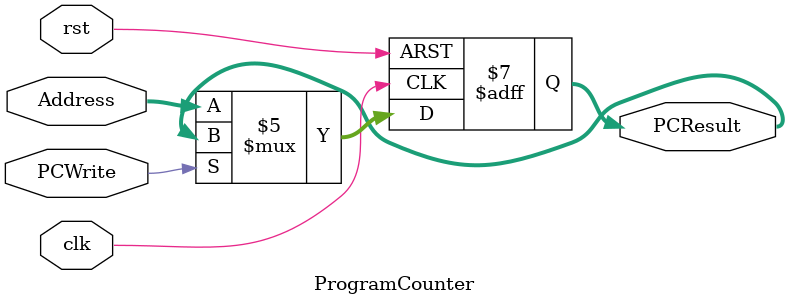
<source format=v>
`timescale 1ns / 1ps


module ProgramCounter(Address, PCWrite, PCResult, rst, clk);

	input [31:0] Address;
	input PCWrite;
	input rst, clk;
	
	output reg [31:0] PCResult;
	
	always @(posedge clk, posedge rst) begin
	
	
	   if (rst == 1) begin
	       PCResult <= 32'h00000000;
	   end
	   
	   
	   else begin
	   if (PCWrite == 1) begin
	       PCResult <= PCResult;
	   end//end if
	       else begin
	       PCResult <= Address;
	    end
	       
	    end//end else begin
	end//end always
	
endmodule

</source>
